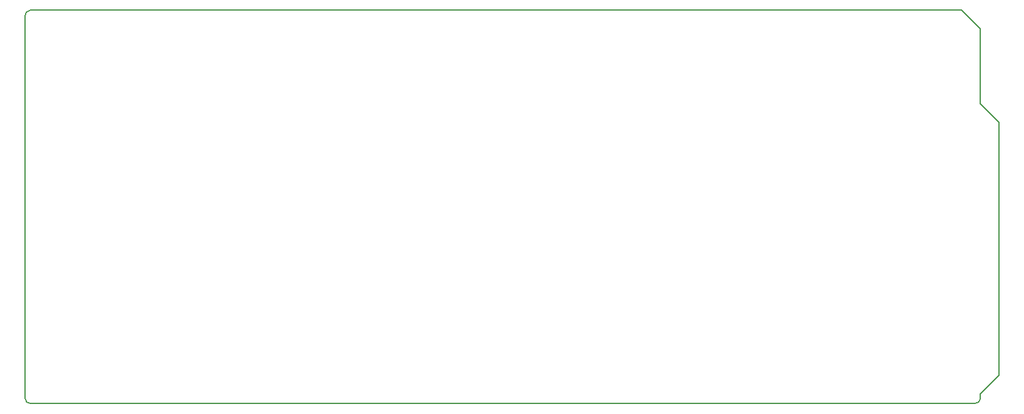
<source format=gbr>
%TF.GenerationSoftware,KiCad,Pcbnew,(6.0.9)*%
%TF.CreationDate,2023-06-09T23:35:08+09:00*%
%TF.ProjectId,PCB_Main,5043425f-4d61-4696-9e2e-6b696361645f,rev?*%
%TF.SameCoordinates,Original*%
%TF.FileFunction,Profile,NP*%
%FSLAX46Y46*%
G04 Gerber Fmt 4.6, Leading zero omitted, Abs format (unit mm)*
G04 Created by KiCad (PCBNEW (6.0.9)) date 2023-06-09 23:35:08*
%MOMM*%
%LPD*%
G01*
G04 APERTURE LIST*
%TA.AperFunction,Profile*%
%ADD10C,0.150000*%
%TD*%
G04 APERTURE END LIST*
D10*
X199060000Y-59360000D02*
X201600000Y-61900000D01*
X69723000Y-99238000D02*
X69723000Y-47422000D01*
X201600000Y-61900000D02*
X201600000Y-96190000D01*
X198298000Y-100000000D02*
X70485000Y-100000000D01*
X70485000Y-46660000D02*
X196520000Y-46660000D01*
X69723000Y-99238000D02*
G75*
G03*
X70485000Y-100000000I762000J0D01*
G01*
X201600000Y-96190000D02*
X199060000Y-98730000D01*
X196520000Y-46660000D02*
X199060000Y-49200000D01*
X198298000Y-100000000D02*
G75*
G03*
X199060000Y-99238000I0J762000D01*
G01*
X199060000Y-49200000D02*
X199060000Y-59360000D01*
X199060000Y-98730000D02*
X199060000Y-99238000D01*
X70485000Y-46660000D02*
G75*
G03*
X69723000Y-47422000I0J-762000D01*
G01*
M02*

</source>
